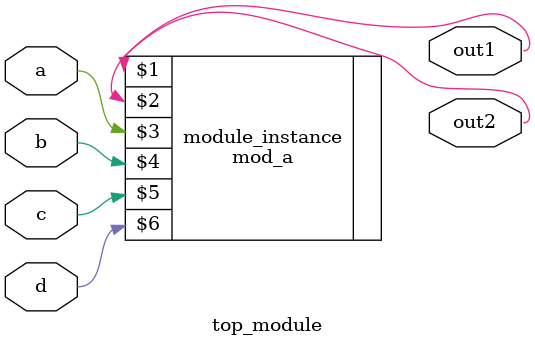
<source format=sv>
module top_module(
	input a,
	input b,
	input c,	
	input d,
	output out1,
	output out2
);
	mod_a module_instance(out1, out2, a, b, c, d);
endmodule

</source>
